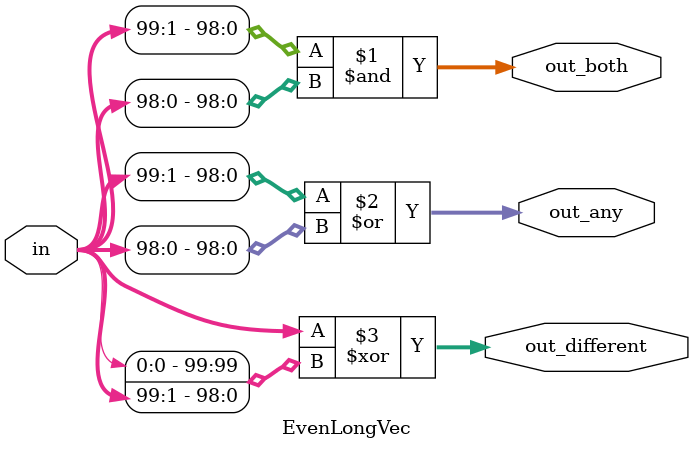
<source format=v>
module EvenLongVec( 
    input [99:0] in,
    output [98:0] out_both,
    output [99:1] out_any,
    output [99:0] out_different );

    assign out_both = in[99:1] & in[98:0];
    assign out_any = in[99:1] | in[98:0];
    assign out_different = in^{in[0],in[99:1]};
endmodule
</source>
